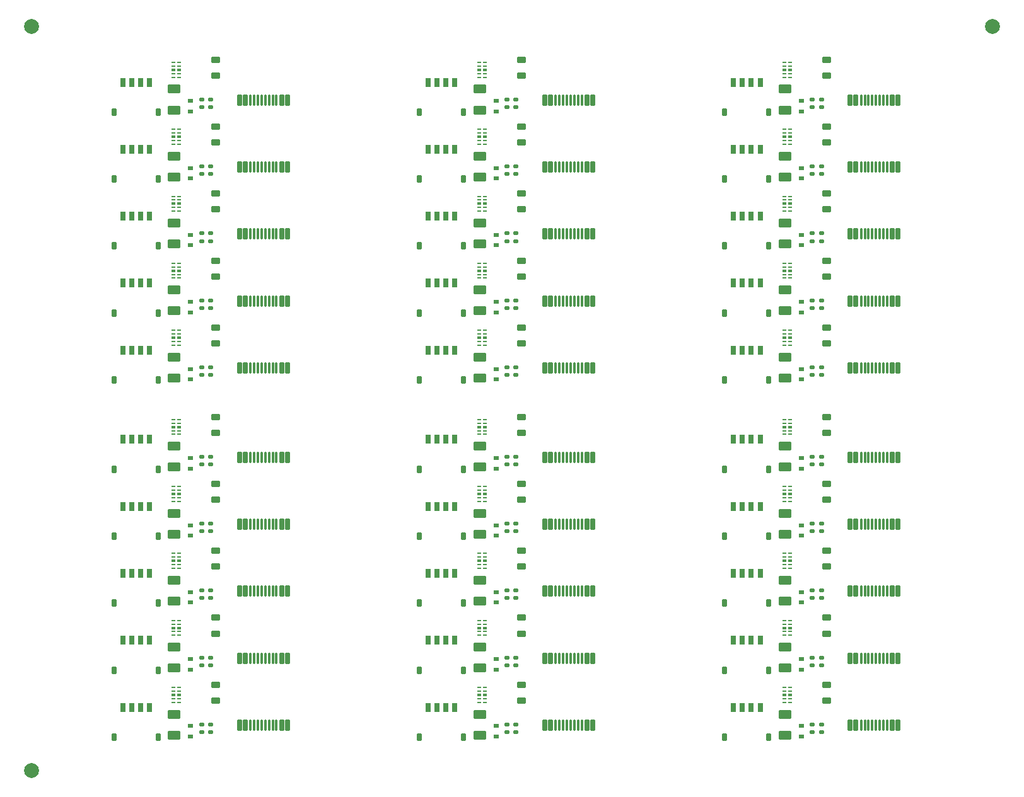
<source format=gtp>
G04 #@! TF.GenerationSoftware,KiCad,Pcbnew,(6.0.11)*
G04 #@! TF.CreationDate,2023-02-11T18:44:03+01:00*
G04 #@! TF.ProjectId,udb-s-panel,7564622d-732d-4706-916e-656c2e6b6963,rev?*
G04 #@! TF.SameCoordinates,Original*
G04 #@! TF.FileFunction,Paste,Top*
G04 #@! TF.FilePolarity,Positive*
%FSLAX46Y46*%
G04 Gerber Fmt 4.6, Leading zero omitted, Abs format (unit mm)*
G04 Created by KiCad (PCBNEW (6.0.11)) date 2023-02-11 18:44:03*
%MOMM*%
%LPD*%
G01*
G04 APERTURE LIST*
G04 Aperture macros list*
%AMRoundRect*
0 Rectangle with rounded corners*
0 $1 Rounding radius*
0 $2 $3 $4 $5 $6 $7 $8 $9 X,Y pos of 4 corners*
0 Add a 4 corners polygon primitive as box body*
4,1,4,$2,$3,$4,$5,$6,$7,$8,$9,$2,$3,0*
0 Add four circle primitives for the rounded corners*
1,1,$1+$1,$2,$3*
1,1,$1+$1,$4,$5*
1,1,$1+$1,$6,$7*
1,1,$1+$1,$8,$9*
0 Add four rect primitives between the rounded corners*
20,1,$1+$1,$2,$3,$4,$5,0*
20,1,$1+$1,$4,$5,$6,$7,0*
20,1,$1+$1,$6,$7,$8,$9,0*
20,1,$1+$1,$8,$9,$2,$3,0*%
G04 Aperture macros list end*
%ADD10RoundRect,0.135000X0.185000X-0.135000X0.185000X0.135000X-0.185000X0.135000X-0.185000X-0.135000X0*%
%ADD11RoundRect,0.135000X-0.185000X0.135000X-0.185000X-0.135000X0.185000X-0.135000X0.185000X0.135000X0*%
%ADD12RoundRect,0.060000X0.240000X0.665000X-0.240000X0.665000X-0.240000X-0.665000X0.240000X-0.665000X0*%
%ADD13RoundRect,0.060000X0.090000X0.665000X-0.090000X0.665000X-0.090000X-0.665000X0.090000X-0.665000X0*%
%ADD14RoundRect,0.125000X-0.150000X0.000000X-0.150000X0.000000X0.150000X0.000000X0.150000X0.000000X0*%
%ADD15R,0.550000X0.250000*%
%ADD16R,0.550000X0.300000*%
%ADD17RoundRect,0.250000X0.625000X-0.375000X0.625000X0.375000X-0.625000X0.375000X-0.625000X-0.375000X0*%
%ADD18RoundRect,0.100000X-0.250000X-0.400000X0.250000X-0.400000X0.250000X0.400000X-0.250000X0.400000X0*%
%ADD19RoundRect,0.125000X-0.250000X-0.475000X0.250000X-0.475000X0.250000X0.475000X-0.250000X0.475000X0*%
%ADD20RoundRect,0.218750X-0.381250X0.218750X-0.381250X-0.218750X0.381250X-0.218750X0.381250X0.218750X0*%
%ADD21R,0.700000X0.600000*%
%ADD22C,2.000000*%
G04 APERTURE END LIST*
D10*
G04 #@! TO.C,R1*
X26517352Y73667515D03*
X26517352Y74687515D03*
G04 #@! TD*
D11*
G04 #@! TO.C,R2*
X25317352Y74687515D03*
X25317352Y73667515D03*
G04 #@! TD*
G04 #@! TO.C,R2*
X25317352Y92687519D03*
X25317352Y91667519D03*
G04 #@! TD*
D10*
G04 #@! TO.C,R1*
X26517352Y82667517D03*
X26517352Y83687517D03*
G04 #@! TD*
D11*
G04 #@! TO.C,R2*
X25317352Y17687503D03*
X25317352Y16667503D03*
G04 #@! TD*
D12*
G04 #@! TO.C,J1*
X118823604Y74605015D03*
X118048604Y74605015D03*
D13*
X116848604Y74605015D03*
X115848604Y74605015D03*
X115348604Y74605015D03*
X114348604Y74605015D03*
D12*
X112373604Y74605015D03*
X113148604Y74605015D03*
D13*
X113848604Y74605015D03*
X114848604Y74605015D03*
X116348604Y74605015D03*
X117348604Y74605015D03*
G04 #@! TD*
D12*
G04 #@! TO.C,J1*
X36823602Y8605001D03*
X36048602Y8605001D03*
D13*
X34848602Y8605001D03*
X33848602Y8605001D03*
X33348602Y8605001D03*
X32348602Y8605001D03*
D12*
X30373602Y8605001D03*
X31148602Y8605001D03*
D13*
X31848602Y8605001D03*
X32848602Y8605001D03*
X34348602Y8605001D03*
X35348602Y8605001D03*
G04 #@! TD*
D14*
G04 #@! TO.C,U1*
X21532352Y79677515D03*
D15*
X21532352Y79177515D03*
D16*
X21532352Y78677515D03*
D15*
X21532352Y78177515D03*
X21532352Y77677515D03*
X22302352Y77677515D03*
X22302352Y78177515D03*
D16*
X22302352Y78677515D03*
D15*
X22302352Y79177515D03*
X22302352Y79677515D03*
G04 #@! TD*
D17*
G04 #@! TO.C,F1*
X103617354Y91277519D03*
X103617354Y94077519D03*
G04 #@! TD*
D18*
G04 #@! TO.C,J2*
X19448602Y34000007D03*
D19*
X15898602Y38000007D03*
X17098602Y38000007D03*
X14698602Y38000007D03*
D18*
X13548602Y34000007D03*
D19*
X18298602Y38000007D03*
G04 #@! TD*
D11*
G04 #@! TO.C,R2*
X25317352Y8687501D03*
X25317352Y7667501D03*
G04 #@! TD*
D10*
G04 #@! TO.C,R1*
X67517353Y7667501D03*
X67517353Y8687501D03*
G04 #@! TD*
G04 #@! TO.C,R1*
X67517353Y34667507D03*
X67517353Y35687507D03*
G04 #@! TD*
D12*
G04 #@! TO.C,J1*
X118823604Y56605011D03*
X118048604Y56605011D03*
D13*
X116848604Y56605011D03*
X115848604Y56605011D03*
X115348604Y56605011D03*
X114348604Y56605011D03*
D12*
X112373604Y56605011D03*
X113148604Y56605011D03*
D13*
X113848604Y56605011D03*
X114848604Y56605011D03*
X116348604Y56605011D03*
X117348604Y56605011D03*
G04 #@! TD*
D20*
G04 #@! TO.C,FB1*
X27217352Y80040015D03*
X27217352Y77915015D03*
G04 #@! TD*
G04 #@! TO.C,FB1*
X68217353Y89040017D03*
X68217353Y86915017D03*
G04 #@! TD*
D11*
G04 #@! TO.C,R2*
X25317352Y83687517D03*
X25317352Y82667517D03*
G04 #@! TD*
D12*
G04 #@! TO.C,J1*
X36823602Y17605003D03*
X36048602Y17605003D03*
D13*
X34848602Y17605003D03*
X33848602Y17605003D03*
X33348602Y17605003D03*
X32348602Y17605003D03*
D12*
X30373602Y17605003D03*
X31148602Y17605003D03*
D13*
X31848602Y17605003D03*
X32848602Y17605003D03*
X34348602Y17605003D03*
X35348602Y17605003D03*
G04 #@! TD*
D21*
G04 #@! TO.C,D1*
X64817353Y73077515D03*
X64817353Y74477515D03*
G04 #@! TD*
D19*
G04 #@! TO.C,J2*
X17098602Y77000015D03*
X14698602Y77000015D03*
D18*
X13548602Y73000015D03*
D19*
X15898602Y77000015D03*
D18*
X19448602Y73000015D03*
D19*
X18298602Y77000015D03*
G04 #@! TD*
D10*
G04 #@! TO.C,R1*
X67517353Y91667519D03*
X67517353Y92687519D03*
G04 #@! TD*
D11*
G04 #@! TO.C,R2*
X107317354Y92687519D03*
X107317354Y91667519D03*
G04 #@! TD*
D20*
G04 #@! TO.C,FB1*
X109217354Y23040003D03*
X109217354Y20915003D03*
G04 #@! TD*
G04 #@! TO.C,FB1*
X27217352Y50040009D03*
X27217352Y47915009D03*
G04 #@! TD*
D14*
G04 #@! TO.C,U1*
X62532353Y31677505D03*
D15*
X62532353Y31177505D03*
D16*
X62532353Y30677505D03*
D15*
X62532353Y30177505D03*
X62532353Y29677505D03*
X63302353Y29677505D03*
X63302353Y30177505D03*
D16*
X63302353Y30677505D03*
D15*
X63302353Y31177505D03*
X63302353Y31677505D03*
G04 #@! TD*
D12*
G04 #@! TO.C,J1*
X36823602Y56605011D03*
X36048602Y56605011D03*
D13*
X34848602Y56605011D03*
X33848602Y56605011D03*
X33348602Y56605011D03*
X32348602Y56605011D03*
D12*
X30373602Y56605011D03*
X31148602Y56605011D03*
D13*
X31848602Y56605011D03*
X32848602Y56605011D03*
X34348602Y56605011D03*
X35348602Y56605011D03*
G04 #@! TD*
D17*
G04 #@! TO.C,F1*
X62617353Y64277513D03*
X62617353Y67077513D03*
G04 #@! TD*
G04 #@! TO.C,F1*
X103617354Y82277517D03*
X103617354Y85077517D03*
G04 #@! TD*
D14*
G04 #@! TO.C,U1*
X103532354Y22677503D03*
D15*
X103532354Y22177503D03*
D16*
X103532354Y21677503D03*
D15*
X103532354Y21177503D03*
X103532354Y20677503D03*
X104302354Y20677503D03*
X104302354Y21177503D03*
D16*
X104302354Y21677503D03*
D15*
X104302354Y22177503D03*
X104302354Y22677503D03*
G04 #@! TD*
D14*
G04 #@! TO.C,U1*
X103532354Y88677517D03*
D15*
X103532354Y88177517D03*
D16*
X103532354Y87677517D03*
D15*
X103532354Y87177517D03*
X103532354Y86677517D03*
X104302354Y86677517D03*
X104302354Y87177517D03*
D16*
X104302354Y87677517D03*
D15*
X104302354Y88177517D03*
X104302354Y88677517D03*
G04 #@! TD*
D21*
G04 #@! TO.C,D1*
X64817353Y55077511D03*
X64817353Y56477511D03*
G04 #@! TD*
D19*
G04 #@! TO.C,J2*
X96698604Y47000009D03*
X97898604Y47000009D03*
X100298604Y47000009D03*
D18*
X95548604Y43000009D03*
D19*
X99098604Y47000009D03*
D18*
X101448604Y43000009D03*
G04 #@! TD*
D21*
G04 #@! TO.C,D1*
X105817354Y91077519D03*
X105817354Y92477519D03*
G04 #@! TD*
D11*
G04 #@! TO.C,R2*
X66317353Y44687509D03*
X66317353Y43667509D03*
G04 #@! TD*
D17*
G04 #@! TO.C,F1*
X21617352Y7277501D03*
X21617352Y10077501D03*
G04 #@! TD*
D19*
G04 #@! TO.C,J2*
X15898602Y20000003D03*
X17098602Y20000003D03*
D18*
X13548602Y16000003D03*
D19*
X14698602Y20000003D03*
D18*
X19448602Y16000003D03*
D19*
X18298602Y20000003D03*
G04 #@! TD*
D11*
G04 #@! TO.C,R2*
X66317353Y56687511D03*
X66317353Y55667511D03*
G04 #@! TD*
D10*
G04 #@! TO.C,R1*
X26517352Y7667501D03*
X26517352Y8687501D03*
G04 #@! TD*
D17*
G04 #@! TO.C,F1*
X21617352Y43277509D03*
X21617352Y46077509D03*
G04 #@! TD*
D11*
G04 #@! TO.C,R2*
X66317353Y35687507D03*
X66317353Y34667507D03*
G04 #@! TD*
G04 #@! TO.C,R2*
X25317352Y44687509D03*
X25317352Y43667509D03*
G04 #@! TD*
D12*
G04 #@! TO.C,J1*
X36823602Y74605015D03*
X36048602Y74605015D03*
D13*
X34848602Y74605015D03*
X33848602Y74605015D03*
X33348602Y74605015D03*
X32348602Y74605015D03*
D12*
X30373602Y74605015D03*
X31148602Y74605015D03*
D13*
X31848602Y74605015D03*
X32848602Y74605015D03*
X34348602Y74605015D03*
X35348602Y74605015D03*
G04 #@! TD*
D19*
G04 #@! TO.C,J2*
X15898602Y59000011D03*
D18*
X13548602Y55000011D03*
D19*
X14698602Y59000011D03*
X17098602Y59000011D03*
D18*
X19448602Y55000011D03*
D19*
X18298602Y59000011D03*
G04 #@! TD*
D21*
G04 #@! TO.C,D1*
X23817352Y25077505D03*
X23817352Y26477505D03*
G04 #@! TD*
D20*
G04 #@! TO.C,FB1*
X109217354Y32040005D03*
X109217354Y29915005D03*
G04 #@! TD*
D17*
G04 #@! TO.C,F1*
X21617352Y16277503D03*
X21617352Y19077503D03*
G04 #@! TD*
G04 #@! TO.C,F1*
X62617353Y43277509D03*
X62617353Y46077509D03*
G04 #@! TD*
D21*
G04 #@! TO.C,D1*
X23817352Y91077519D03*
X23817352Y92477519D03*
G04 #@! TD*
D14*
G04 #@! TO.C,U1*
X21532352Y88677517D03*
D15*
X21532352Y88177517D03*
D16*
X21532352Y87677517D03*
D15*
X21532352Y87177517D03*
X21532352Y86677517D03*
X22302352Y86677517D03*
X22302352Y87177517D03*
D16*
X22302352Y87677517D03*
D15*
X22302352Y88177517D03*
X22302352Y88677517D03*
G04 #@! TD*
D20*
G04 #@! TO.C,FB1*
X68217353Y98040019D03*
X68217353Y95915019D03*
G04 #@! TD*
G04 #@! TO.C,FB1*
X27217352Y98040019D03*
X27217352Y95915019D03*
G04 #@! TD*
D21*
G04 #@! TO.C,D1*
X23817352Y7077501D03*
X23817352Y8477501D03*
G04 #@! TD*
D17*
G04 #@! TO.C,F1*
X21617352Y91277519D03*
X21617352Y94077519D03*
G04 #@! TD*
D20*
G04 #@! TO.C,FB1*
X68217353Y50040009D03*
X68217353Y47915009D03*
G04 #@! TD*
D21*
G04 #@! TO.C,D1*
X105817354Y55077511D03*
X105817354Y56477511D03*
G04 #@! TD*
G04 #@! TO.C,D1*
X23817352Y43077509D03*
X23817352Y44477509D03*
G04 #@! TD*
D10*
G04 #@! TO.C,R1*
X26517352Y34667507D03*
X26517352Y35687507D03*
G04 #@! TD*
D22*
G04 #@! TO.C,REF\u002A\u002A*
X131497205Y102500020D03*
G04 #@! TD*
D12*
G04 #@! TO.C,J1*
X77823603Y92605019D03*
X77048603Y92605019D03*
D13*
X75848603Y92605019D03*
X74848603Y92605019D03*
X74348603Y92605019D03*
X73348603Y92605019D03*
D12*
X71373603Y92605019D03*
X72148603Y92605019D03*
D13*
X72848603Y92605019D03*
X73848603Y92605019D03*
X75348603Y92605019D03*
X76348603Y92605019D03*
G04 #@! TD*
D12*
G04 #@! TO.C,J1*
X36823602Y35605007D03*
X36048602Y35605007D03*
D13*
X34848602Y35605007D03*
X33848602Y35605007D03*
X33348602Y35605007D03*
X32348602Y35605007D03*
D12*
X30373602Y35605007D03*
X31148602Y35605007D03*
D13*
X31848602Y35605007D03*
X32848602Y35605007D03*
X34348602Y35605007D03*
X35348602Y35605007D03*
G04 #@! TD*
D14*
G04 #@! TO.C,U1*
X62532353Y49677509D03*
D15*
X62532353Y49177509D03*
D16*
X62532353Y48677509D03*
D15*
X62532353Y48177509D03*
X62532353Y47677509D03*
X63302353Y47677509D03*
X63302353Y48177509D03*
D16*
X63302353Y48677509D03*
D15*
X63302353Y49177509D03*
X63302353Y49677509D03*
G04 #@! TD*
D14*
G04 #@! TO.C,U1*
X103532354Y49677509D03*
D15*
X103532354Y49177509D03*
D16*
X103532354Y48677509D03*
D15*
X103532354Y48177509D03*
X103532354Y47677509D03*
X104302354Y47677509D03*
X104302354Y48177509D03*
D16*
X104302354Y48677509D03*
D15*
X104302354Y49177509D03*
X104302354Y49677509D03*
G04 #@! TD*
D12*
G04 #@! TO.C,J1*
X77823603Y65605013D03*
X77048603Y65605013D03*
D13*
X75848603Y65605013D03*
X74848603Y65605013D03*
X74348603Y65605013D03*
X73348603Y65605013D03*
D12*
X71373603Y65605013D03*
X72148603Y65605013D03*
D13*
X72848603Y65605013D03*
X73848603Y65605013D03*
X75348603Y65605013D03*
X76348603Y65605013D03*
G04 #@! TD*
D10*
G04 #@! TO.C,R1*
X26517352Y55667511D03*
X26517352Y56687511D03*
G04 #@! TD*
D20*
G04 #@! TO.C,FB1*
X109217354Y98040019D03*
X109217354Y95915019D03*
G04 #@! TD*
D18*
G04 #@! TO.C,J2*
X101448604Y25000005D03*
X95548604Y25000005D03*
D19*
X100298604Y29000005D03*
X99098604Y29000005D03*
X97898604Y29000005D03*
X96698604Y29000005D03*
G04 #@! TD*
D18*
G04 #@! TO.C,J2*
X95548604Y7000001D03*
D19*
X99098604Y11000001D03*
X96698604Y11000001D03*
D18*
X101448604Y7000001D03*
D19*
X97898604Y11000001D03*
X100298604Y11000001D03*
G04 #@! TD*
D10*
G04 #@! TO.C,R1*
X26517352Y64667513D03*
X26517352Y65687513D03*
G04 #@! TD*
D20*
G04 #@! TO.C,FB1*
X68217353Y32040005D03*
X68217353Y29915005D03*
G04 #@! TD*
G04 #@! TO.C,FB1*
X27217352Y32040005D03*
X27217352Y29915005D03*
G04 #@! TD*
D21*
G04 #@! TO.C,D1*
X23817352Y64077513D03*
X23817352Y65477513D03*
G04 #@! TD*
D18*
G04 #@! TO.C,J2*
X13548602Y82000017D03*
D19*
X15898602Y86000017D03*
X17098602Y86000017D03*
X18298602Y86000017D03*
D18*
X19448602Y82000017D03*
D19*
X14698602Y86000017D03*
G04 #@! TD*
D12*
G04 #@! TO.C,J1*
X36823602Y65605013D03*
X36048602Y65605013D03*
D13*
X34848602Y65605013D03*
X33848602Y65605013D03*
X33348602Y65605013D03*
X32348602Y65605013D03*
D12*
X30373602Y65605013D03*
X31148602Y65605013D03*
D13*
X31848602Y65605013D03*
X32848602Y65605013D03*
X34348602Y65605013D03*
X35348602Y65605013D03*
G04 #@! TD*
D20*
G04 #@! TO.C,FB1*
X109217354Y41040007D03*
X109217354Y38915007D03*
G04 #@! TD*
D19*
G04 #@! TO.C,J2*
X15898602Y47000009D03*
D18*
X19448602Y43000009D03*
X13548602Y43000009D03*
D19*
X18298602Y47000009D03*
X17098602Y47000009D03*
X14698602Y47000009D03*
G04 #@! TD*
D20*
G04 #@! TO.C,FB1*
X27217352Y71040013D03*
X27217352Y68915013D03*
G04 #@! TD*
D21*
G04 #@! TO.C,D1*
X64817353Y43077509D03*
X64817353Y44477509D03*
G04 #@! TD*
D11*
G04 #@! TO.C,R2*
X25317352Y35687507D03*
X25317352Y34667507D03*
G04 #@! TD*
G04 #@! TO.C,R2*
X107317354Y74687515D03*
X107317354Y73667515D03*
G04 #@! TD*
D14*
G04 #@! TO.C,U1*
X103532354Y61677511D03*
D15*
X103532354Y61177511D03*
D16*
X103532354Y60677511D03*
D15*
X103532354Y60177511D03*
X103532354Y59677511D03*
X104302354Y59677511D03*
X104302354Y60177511D03*
D16*
X104302354Y60677511D03*
D15*
X104302354Y61177511D03*
X104302354Y61677511D03*
G04 #@! TD*
D17*
G04 #@! TO.C,F1*
X21617352Y73277515D03*
X21617352Y76077515D03*
G04 #@! TD*
D21*
G04 #@! TO.C,D1*
X105817354Y34077507D03*
X105817354Y35477507D03*
G04 #@! TD*
D14*
G04 #@! TO.C,U1*
X62532353Y70677513D03*
D15*
X62532353Y70177513D03*
D16*
X62532353Y69677513D03*
D15*
X62532353Y69177513D03*
X62532353Y68677513D03*
X63302353Y68677513D03*
X63302353Y69177513D03*
D16*
X63302353Y69677513D03*
D15*
X63302353Y70177513D03*
X63302353Y70677513D03*
G04 #@! TD*
D21*
G04 #@! TO.C,D1*
X105817354Y16077503D03*
X105817354Y17477503D03*
G04 #@! TD*
D11*
G04 #@! TO.C,R2*
X107317354Y8687501D03*
X107317354Y7667501D03*
G04 #@! TD*
D21*
G04 #@! TO.C,D1*
X105817354Y73077515D03*
X105817354Y74477515D03*
G04 #@! TD*
D12*
G04 #@! TO.C,J1*
X118823604Y83605017D03*
X118048604Y83605017D03*
D13*
X116848604Y83605017D03*
X115848604Y83605017D03*
X115348604Y83605017D03*
X114348604Y83605017D03*
D12*
X112373604Y83605017D03*
X113148604Y83605017D03*
D13*
X113848604Y83605017D03*
X114848604Y83605017D03*
X116348604Y83605017D03*
X117348604Y83605017D03*
G04 #@! TD*
D19*
G04 #@! TO.C,J2*
X97898604Y38000007D03*
D18*
X101448604Y34000007D03*
D19*
X100298604Y38000007D03*
D18*
X95548604Y34000007D03*
D19*
X99098604Y38000007D03*
X96698604Y38000007D03*
G04 #@! TD*
D21*
G04 #@! TO.C,D1*
X23817352Y16077503D03*
X23817352Y17477503D03*
G04 #@! TD*
D10*
G04 #@! TO.C,R1*
X108517354Y25667505D03*
X108517354Y26687505D03*
G04 #@! TD*
D21*
G04 #@! TO.C,D1*
X105817354Y64077513D03*
X105817354Y65477513D03*
G04 #@! TD*
D14*
G04 #@! TO.C,U1*
X103532354Y97677519D03*
D15*
X103532354Y97177519D03*
D16*
X103532354Y96677519D03*
D15*
X103532354Y96177519D03*
X103532354Y95677519D03*
X104302354Y95677519D03*
X104302354Y96177519D03*
D16*
X104302354Y96677519D03*
D15*
X104302354Y97177519D03*
X104302354Y97677519D03*
G04 #@! TD*
D14*
G04 #@! TO.C,U1*
X21532352Y22677503D03*
D15*
X21532352Y22177503D03*
D16*
X21532352Y21677503D03*
D15*
X21532352Y21177503D03*
X21532352Y20677503D03*
X22302352Y20677503D03*
X22302352Y21177503D03*
D16*
X22302352Y21677503D03*
D15*
X22302352Y22177503D03*
X22302352Y22677503D03*
G04 #@! TD*
D19*
G04 #@! TO.C,J2*
X56898603Y47000009D03*
D18*
X60448603Y43000009D03*
X54548603Y43000009D03*
D19*
X55698603Y47000009D03*
X58098603Y47000009D03*
X59298603Y47000009D03*
G04 #@! TD*
D11*
G04 #@! TO.C,R2*
X107317354Y44687509D03*
X107317354Y43667509D03*
G04 #@! TD*
D17*
G04 #@! TO.C,F1*
X62617353Y73277515D03*
X62617353Y76077515D03*
G04 #@! TD*
G04 #@! TO.C,F1*
X62617353Y34277507D03*
X62617353Y37077507D03*
G04 #@! TD*
D14*
G04 #@! TO.C,U1*
X21532352Y70677513D03*
D15*
X21532352Y70177513D03*
D16*
X21532352Y69677513D03*
D15*
X21532352Y69177513D03*
X21532352Y68677513D03*
X22302352Y68677513D03*
X22302352Y69177513D03*
D16*
X22302352Y69677513D03*
D15*
X22302352Y70177513D03*
X22302352Y70677513D03*
G04 #@! TD*
D20*
G04 #@! TO.C,FB1*
X68217353Y14040001D03*
X68217353Y11915001D03*
G04 #@! TD*
D10*
G04 #@! TO.C,R1*
X108517354Y64667513D03*
X108517354Y65687513D03*
G04 #@! TD*
D17*
G04 #@! TO.C,F1*
X103617354Y25277505D03*
X103617354Y28077505D03*
G04 #@! TD*
D20*
G04 #@! TO.C,FB1*
X27217352Y14040001D03*
X27217352Y11915001D03*
G04 #@! TD*
D17*
G04 #@! TO.C,F1*
X62617353Y55277511D03*
X62617353Y58077511D03*
G04 #@! TD*
D10*
G04 #@! TO.C,R1*
X26517352Y91667519D03*
X26517352Y92687519D03*
G04 #@! TD*
D20*
G04 #@! TO.C,FB1*
X68217353Y71040013D03*
X68217353Y68915013D03*
G04 #@! TD*
D17*
G04 #@! TO.C,F1*
X62617353Y25277505D03*
X62617353Y28077505D03*
G04 #@! TD*
D21*
G04 #@! TO.C,D1*
X64817353Y16077503D03*
X64817353Y17477503D03*
G04 #@! TD*
D12*
G04 #@! TO.C,J1*
X36823602Y92605019D03*
X36048602Y92605019D03*
D13*
X34848602Y92605019D03*
X33848602Y92605019D03*
X33348602Y92605019D03*
X32348602Y92605019D03*
D12*
X30373602Y92605019D03*
X31148602Y92605019D03*
D13*
X31848602Y92605019D03*
X32848602Y92605019D03*
X34348602Y92605019D03*
X35348602Y92605019D03*
G04 #@! TD*
D10*
G04 #@! TO.C,R1*
X67517353Y55667511D03*
X67517353Y56687511D03*
G04 #@! TD*
G04 #@! TO.C,R1*
X108517354Y91667519D03*
X108517354Y92687519D03*
G04 #@! TD*
G04 #@! TO.C,R1*
X108517354Y43667509D03*
X108517354Y44687509D03*
G04 #@! TD*
G04 #@! TO.C,R1*
X67517353Y64667513D03*
X67517353Y65687513D03*
G04 #@! TD*
D19*
G04 #@! TO.C,J2*
X58098603Y38000007D03*
D18*
X60448603Y34000007D03*
X54548603Y34000007D03*
D19*
X59298603Y38000007D03*
X55698603Y38000007D03*
X56898603Y38000007D03*
G04 #@! TD*
D12*
G04 #@! TO.C,J1*
X77823603Y8605001D03*
X77048603Y8605001D03*
D13*
X75848603Y8605001D03*
X74848603Y8605001D03*
X74348603Y8605001D03*
X73348603Y8605001D03*
D12*
X71373603Y8605001D03*
X72148603Y8605001D03*
D13*
X72848603Y8605001D03*
X73848603Y8605001D03*
X75348603Y8605001D03*
X76348603Y8605001D03*
G04 #@! TD*
D19*
G04 #@! TO.C,J2*
X18298602Y95000019D03*
X14698602Y95000019D03*
X17098602Y95000019D03*
X15898602Y95000019D03*
D18*
X19448602Y91000019D03*
X13548602Y91000019D03*
G04 #@! TD*
D10*
G04 #@! TO.C,R1*
X108517354Y82667517D03*
X108517354Y83687517D03*
G04 #@! TD*
D21*
G04 #@! TO.C,D1*
X23817352Y34077507D03*
X23817352Y35477507D03*
G04 #@! TD*
G04 #@! TO.C,D1*
X105817354Y43077509D03*
X105817354Y44477509D03*
G04 #@! TD*
D17*
G04 #@! TO.C,F1*
X21617352Y55277511D03*
X21617352Y58077511D03*
G04 #@! TD*
D20*
G04 #@! TO.C,FB1*
X27217352Y62040011D03*
X27217352Y59915011D03*
G04 #@! TD*
D12*
G04 #@! TO.C,J1*
X118823604Y65605013D03*
X118048604Y65605013D03*
D13*
X116848604Y65605013D03*
X115848604Y65605013D03*
X115348604Y65605013D03*
X114348604Y65605013D03*
D12*
X112373604Y65605013D03*
X113148604Y65605013D03*
D13*
X113848604Y65605013D03*
X114848604Y65605013D03*
X116348604Y65605013D03*
X117348604Y65605013D03*
G04 #@! TD*
D17*
G04 #@! TO.C,F1*
X21617352Y64277513D03*
X21617352Y67077513D03*
G04 #@! TD*
D21*
G04 #@! TO.C,D1*
X105817354Y7077501D03*
X105817354Y8477501D03*
G04 #@! TD*
D17*
G04 #@! TO.C,F1*
X62617353Y91277519D03*
X62617353Y94077519D03*
G04 #@! TD*
D20*
G04 #@! TO.C,FB1*
X109217354Y89040017D03*
X109217354Y86915017D03*
G04 #@! TD*
D19*
G04 #@! TO.C,J2*
X58098603Y86000017D03*
D18*
X60448603Y82000017D03*
D19*
X55698603Y86000017D03*
X59298603Y86000017D03*
D18*
X54548603Y82000017D03*
D19*
X56898603Y86000017D03*
G04 #@! TD*
D10*
G04 #@! TO.C,R1*
X67517353Y82667517D03*
X67517353Y83687517D03*
G04 #@! TD*
D21*
G04 #@! TO.C,D1*
X64817353Y25077505D03*
X64817353Y26477505D03*
G04 #@! TD*
D12*
G04 #@! TO.C,J1*
X118823604Y26605005D03*
X118048604Y26605005D03*
D13*
X116848604Y26605005D03*
X115848604Y26605005D03*
X115348604Y26605005D03*
X114348604Y26605005D03*
D12*
X112373604Y26605005D03*
X113148604Y26605005D03*
D13*
X113848604Y26605005D03*
X114848604Y26605005D03*
X116348604Y26605005D03*
X117348604Y26605005D03*
G04 #@! TD*
D11*
G04 #@! TO.C,R2*
X66317353Y92687519D03*
X66317353Y91667519D03*
G04 #@! TD*
D17*
G04 #@! TO.C,F1*
X62617353Y7277501D03*
X62617353Y10077501D03*
G04 #@! TD*
D20*
G04 #@! TO.C,FB1*
X68217353Y23040003D03*
X68217353Y20915003D03*
G04 #@! TD*
D19*
G04 #@! TO.C,J2*
X96698604Y20000003D03*
X100298604Y20000003D03*
D18*
X95548604Y16000003D03*
D19*
X99098604Y20000003D03*
D18*
X101448604Y16000003D03*
D19*
X97898604Y20000003D03*
G04 #@! TD*
D11*
G04 #@! TO.C,R2*
X66317353Y65687513D03*
X66317353Y64667513D03*
G04 #@! TD*
D17*
G04 #@! TO.C,F1*
X21617352Y82277517D03*
X21617352Y85077517D03*
G04 #@! TD*
D12*
G04 #@! TO.C,J1*
X36823602Y44605009D03*
X36048602Y44605009D03*
D13*
X34848602Y44605009D03*
X33848602Y44605009D03*
X33348602Y44605009D03*
X32348602Y44605009D03*
D12*
X30373602Y44605009D03*
X31148602Y44605009D03*
D13*
X31848602Y44605009D03*
X32848602Y44605009D03*
X34348602Y44605009D03*
X35348602Y44605009D03*
G04 #@! TD*
D21*
G04 #@! TO.C,D1*
X23817352Y73077515D03*
X23817352Y74477515D03*
G04 #@! TD*
D14*
G04 #@! TO.C,U1*
X103532354Y79677515D03*
D15*
X103532354Y79177515D03*
D16*
X103532354Y78677515D03*
D15*
X103532354Y78177515D03*
X103532354Y77677515D03*
X104302354Y77677515D03*
X104302354Y78177515D03*
D16*
X104302354Y78677515D03*
D15*
X104302354Y79177515D03*
X104302354Y79677515D03*
G04 #@! TD*
D17*
G04 #@! TO.C,F1*
X103617354Y43277509D03*
X103617354Y46077509D03*
G04 #@! TD*
D14*
G04 #@! TO.C,U1*
X62532353Y79677515D03*
D15*
X62532353Y79177515D03*
D16*
X62532353Y78677515D03*
D15*
X62532353Y78177515D03*
X62532353Y77677515D03*
X63302353Y77677515D03*
X63302353Y78177515D03*
D16*
X63302353Y78677515D03*
D15*
X63302353Y79177515D03*
X63302353Y79677515D03*
G04 #@! TD*
D21*
G04 #@! TO.C,D1*
X105817354Y82077517D03*
X105817354Y83477517D03*
G04 #@! TD*
D20*
G04 #@! TO.C,FB1*
X27217352Y23040003D03*
X27217352Y20915003D03*
G04 #@! TD*
G04 #@! TO.C,FB1*
X109217354Y71040013D03*
X109217354Y68915013D03*
G04 #@! TD*
D19*
G04 #@! TO.C,J2*
X99098604Y95000019D03*
X96698604Y95000019D03*
X97898604Y95000019D03*
X100298604Y95000019D03*
D18*
X101448604Y91000019D03*
X95548604Y91000019D03*
G04 #@! TD*
D12*
G04 #@! TO.C,J1*
X77823603Y17605003D03*
X77048603Y17605003D03*
D13*
X75848603Y17605003D03*
X74848603Y17605003D03*
X74348603Y17605003D03*
X73348603Y17605003D03*
D12*
X71373603Y17605003D03*
X72148603Y17605003D03*
D13*
X72848603Y17605003D03*
X73848603Y17605003D03*
X75348603Y17605003D03*
X76348603Y17605003D03*
G04 #@! TD*
D11*
G04 #@! TO.C,R2*
X66317353Y83687517D03*
X66317353Y82667517D03*
G04 #@! TD*
G04 #@! TO.C,R2*
X107317354Y83687517D03*
X107317354Y82667517D03*
G04 #@! TD*
D10*
G04 #@! TO.C,R1*
X26517352Y43667509D03*
X26517352Y44687509D03*
G04 #@! TD*
D17*
G04 #@! TO.C,F1*
X62617353Y16277503D03*
X62617353Y19077503D03*
G04 #@! TD*
D12*
G04 #@! TO.C,J1*
X118823604Y92605019D03*
X118048604Y92605019D03*
D13*
X116848604Y92605019D03*
X115848604Y92605019D03*
X115348604Y92605019D03*
X114348604Y92605019D03*
D12*
X112373604Y92605019D03*
X113148604Y92605019D03*
D13*
X113848604Y92605019D03*
X114848604Y92605019D03*
X116348604Y92605019D03*
X117348604Y92605019D03*
G04 #@! TD*
D11*
G04 #@! TO.C,R2*
X66317353Y74687515D03*
X66317353Y73667515D03*
G04 #@! TD*
D17*
G04 #@! TO.C,F1*
X62617353Y82277517D03*
X62617353Y85077517D03*
G04 #@! TD*
D14*
G04 #@! TO.C,U1*
X62532353Y88677517D03*
D15*
X62532353Y88177517D03*
D16*
X62532353Y87677517D03*
D15*
X62532353Y87177517D03*
X62532353Y86677517D03*
X63302353Y86677517D03*
X63302353Y87177517D03*
D16*
X63302353Y87677517D03*
D15*
X63302353Y88177517D03*
X63302353Y88677517D03*
G04 #@! TD*
D12*
G04 #@! TO.C,J1*
X77823603Y35605007D03*
X77048603Y35605007D03*
D13*
X75848603Y35605007D03*
X74848603Y35605007D03*
X74348603Y35605007D03*
X73348603Y35605007D03*
D12*
X71373603Y35605007D03*
X72148603Y35605007D03*
D13*
X72848603Y35605007D03*
X73848603Y35605007D03*
X75348603Y35605007D03*
X76348603Y35605007D03*
G04 #@! TD*
D11*
G04 #@! TO.C,R2*
X107317354Y56687511D03*
X107317354Y55667511D03*
G04 #@! TD*
D14*
G04 #@! TO.C,U1*
X21532352Y40677507D03*
D15*
X21532352Y40177507D03*
D16*
X21532352Y39677507D03*
D15*
X21532352Y39177507D03*
X21532352Y38677507D03*
X22302352Y38677507D03*
X22302352Y39177507D03*
D16*
X22302352Y39677507D03*
D15*
X22302352Y40177507D03*
X22302352Y40677507D03*
G04 #@! TD*
D10*
G04 #@! TO.C,R1*
X108517354Y7667501D03*
X108517354Y8687501D03*
G04 #@! TD*
D21*
G04 #@! TO.C,D1*
X64817353Y7077501D03*
X64817353Y8477501D03*
G04 #@! TD*
D14*
G04 #@! TO.C,U1*
X103532354Y40677507D03*
D15*
X103532354Y40177507D03*
D16*
X103532354Y39677507D03*
D15*
X103532354Y39177507D03*
X103532354Y38677507D03*
X104302354Y38677507D03*
X104302354Y39177507D03*
D16*
X104302354Y39677507D03*
D15*
X104302354Y40177507D03*
X104302354Y40677507D03*
G04 #@! TD*
D19*
G04 #@! TO.C,J2*
X58098603Y20000003D03*
D18*
X60448603Y16000003D03*
X54548603Y16000003D03*
D19*
X56898603Y20000003D03*
X59298603Y20000003D03*
X55698603Y20000003D03*
G04 #@! TD*
D14*
G04 #@! TO.C,U1*
X62532353Y40677507D03*
D15*
X62532353Y40177507D03*
D16*
X62532353Y39677507D03*
D15*
X62532353Y39177507D03*
X62532353Y38677507D03*
X63302353Y38677507D03*
X63302353Y39177507D03*
D16*
X63302353Y39677507D03*
D15*
X63302353Y40177507D03*
X63302353Y40677507D03*
G04 #@! TD*
D14*
G04 #@! TO.C,U1*
X21532352Y97677519D03*
D15*
X21532352Y97177519D03*
D16*
X21532352Y96677519D03*
D15*
X21532352Y96177519D03*
X21532352Y95677519D03*
X22302352Y95677519D03*
X22302352Y96177519D03*
D16*
X22302352Y96677519D03*
D15*
X22302352Y97177519D03*
X22302352Y97677519D03*
G04 #@! TD*
D10*
G04 #@! TO.C,R1*
X108517354Y55667511D03*
X108517354Y56687511D03*
G04 #@! TD*
D19*
G04 #@! TO.C,J2*
X96698604Y86000017D03*
X99098604Y86000017D03*
X100298604Y86000017D03*
X97898604Y86000017D03*
D18*
X95548604Y82000017D03*
X101448604Y82000017D03*
G04 #@! TD*
D12*
G04 #@! TO.C,J1*
X118823604Y8605001D03*
X118048604Y8605001D03*
D13*
X116848604Y8605001D03*
X115848604Y8605001D03*
X115348604Y8605001D03*
X114348604Y8605001D03*
D12*
X112373604Y8605001D03*
X113148604Y8605001D03*
D13*
X113848604Y8605001D03*
X114848604Y8605001D03*
X116348604Y8605001D03*
X117348604Y8605001D03*
G04 #@! TD*
D20*
G04 #@! TO.C,FB1*
X68217353Y62040011D03*
X68217353Y59915011D03*
G04 #@! TD*
D10*
G04 #@! TO.C,R1*
X67517353Y25667505D03*
X67517353Y26687505D03*
G04 #@! TD*
D21*
G04 #@! TO.C,D1*
X64817353Y64077513D03*
X64817353Y65477513D03*
G04 #@! TD*
G04 #@! TO.C,D1*
X64817353Y34077507D03*
X64817353Y35477507D03*
G04 #@! TD*
D11*
G04 #@! TO.C,R2*
X107317354Y17687503D03*
X107317354Y16667503D03*
G04 #@! TD*
D17*
G04 #@! TO.C,F1*
X103617354Y16277503D03*
X103617354Y19077503D03*
G04 #@! TD*
D20*
G04 #@! TO.C,FB1*
X109217354Y50040009D03*
X109217354Y47915009D03*
G04 #@! TD*
D14*
G04 #@! TO.C,U1*
X103532354Y31677505D03*
D15*
X103532354Y31177505D03*
D16*
X103532354Y30677505D03*
D15*
X103532354Y30177505D03*
X103532354Y29677505D03*
X104302354Y29677505D03*
X104302354Y30177505D03*
D16*
X104302354Y30677505D03*
D15*
X104302354Y31177505D03*
X104302354Y31677505D03*
G04 #@! TD*
D20*
G04 #@! TO.C,FB1*
X109217354Y62040011D03*
X109217354Y59915011D03*
G04 #@! TD*
D11*
G04 #@! TO.C,R2*
X107317354Y65687513D03*
X107317354Y64667513D03*
G04 #@! TD*
D19*
G04 #@! TO.C,J2*
X58098603Y68000013D03*
D18*
X60448603Y64000013D03*
D19*
X55698603Y68000013D03*
D18*
X54548603Y64000013D03*
D19*
X56898603Y68000013D03*
X59298603Y68000013D03*
G04 #@! TD*
D14*
G04 #@! TO.C,U1*
X62532353Y22677503D03*
D15*
X62532353Y22177503D03*
D16*
X62532353Y21677503D03*
D15*
X62532353Y21177503D03*
X62532353Y20677503D03*
X63302353Y20677503D03*
X63302353Y21177503D03*
D16*
X63302353Y21677503D03*
D15*
X63302353Y22177503D03*
X63302353Y22677503D03*
G04 #@! TD*
D20*
G04 #@! TO.C,FB1*
X109217354Y14040001D03*
X109217354Y11915001D03*
G04 #@! TD*
D14*
G04 #@! TO.C,U1*
X62532353Y61677511D03*
D15*
X62532353Y61177511D03*
D16*
X62532353Y60677511D03*
D15*
X62532353Y60177511D03*
X62532353Y59677511D03*
X63302353Y59677511D03*
X63302353Y60177511D03*
D16*
X63302353Y60677511D03*
D15*
X63302353Y61177511D03*
X63302353Y61677511D03*
G04 #@! TD*
D10*
G04 #@! TO.C,R1*
X108517354Y16667503D03*
X108517354Y17687503D03*
G04 #@! TD*
D17*
G04 #@! TO.C,F1*
X103617354Y64277513D03*
X103617354Y67077513D03*
G04 #@! TD*
D19*
G04 #@! TO.C,J2*
X59298603Y11000001D03*
X58098603Y11000001D03*
D18*
X60448603Y7000001D03*
D19*
X56898603Y11000001D03*
X55698603Y11000001D03*
D18*
X54548603Y7000001D03*
G04 #@! TD*
D11*
G04 #@! TO.C,R2*
X66317353Y17687503D03*
X66317353Y16667503D03*
G04 #@! TD*
D20*
G04 #@! TO.C,FB1*
X68217353Y41040007D03*
X68217353Y38915007D03*
G04 #@! TD*
D19*
G04 #@! TO.C,J2*
X100298604Y59000011D03*
X97898604Y59000011D03*
X99098604Y59000011D03*
D18*
X95548604Y55000011D03*
D19*
X96698604Y59000011D03*
D18*
X101448604Y55000011D03*
G04 #@! TD*
D11*
G04 #@! TO.C,R2*
X25317352Y65687513D03*
X25317352Y64667513D03*
G04 #@! TD*
D19*
G04 #@! TO.C,J2*
X58098603Y29000005D03*
D18*
X60448603Y25000005D03*
D19*
X56898603Y29000005D03*
X59298603Y29000005D03*
D18*
X54548603Y25000005D03*
D19*
X55698603Y29000005D03*
G04 #@! TD*
D10*
G04 #@! TO.C,R1*
X26517352Y16667503D03*
X26517352Y17687503D03*
G04 #@! TD*
D22*
G04 #@! TO.C,REF\u002A\u002A*
X2500000Y102500020D03*
G04 #@! TD*
D10*
G04 #@! TO.C,R1*
X108517354Y34667507D03*
X108517354Y35687507D03*
G04 #@! TD*
G04 #@! TO.C,R1*
X67517353Y43667509D03*
X67517353Y44687509D03*
G04 #@! TD*
D21*
G04 #@! TO.C,D1*
X64817353Y82077517D03*
X64817353Y83477517D03*
G04 #@! TD*
G04 #@! TO.C,D1*
X64817353Y91077519D03*
X64817353Y92477519D03*
G04 #@! TD*
D17*
G04 #@! TO.C,F1*
X21617352Y34277507D03*
X21617352Y37077507D03*
G04 #@! TD*
D12*
G04 #@! TO.C,J1*
X36823602Y83605017D03*
X36048602Y83605017D03*
D13*
X34848602Y83605017D03*
X33848602Y83605017D03*
X33348602Y83605017D03*
X32348602Y83605017D03*
D12*
X30373602Y83605017D03*
X31148602Y83605017D03*
D13*
X31848602Y83605017D03*
X32848602Y83605017D03*
X34348602Y83605017D03*
X35348602Y83605017D03*
G04 #@! TD*
D14*
G04 #@! TO.C,U1*
X62532353Y13677501D03*
D15*
X62532353Y13177501D03*
D16*
X62532353Y12677501D03*
D15*
X62532353Y12177501D03*
X62532353Y11677501D03*
X63302353Y11677501D03*
X63302353Y12177501D03*
D16*
X63302353Y12677501D03*
D15*
X63302353Y13177501D03*
X63302353Y13677501D03*
G04 #@! TD*
D14*
G04 #@! TO.C,U1*
X21532352Y13677501D03*
D15*
X21532352Y13177501D03*
D16*
X21532352Y12677501D03*
D15*
X21532352Y12177501D03*
X21532352Y11677501D03*
X22302352Y11677501D03*
X22302352Y12177501D03*
D16*
X22302352Y12677501D03*
D15*
X22302352Y13177501D03*
X22302352Y13677501D03*
G04 #@! TD*
D21*
G04 #@! TO.C,D1*
X105817354Y25077505D03*
X105817354Y26477505D03*
G04 #@! TD*
D20*
G04 #@! TO.C,FB1*
X109217354Y80040015D03*
X109217354Y77915015D03*
G04 #@! TD*
D11*
G04 #@! TO.C,R2*
X25317352Y56687511D03*
X25317352Y55667511D03*
G04 #@! TD*
D20*
G04 #@! TO.C,FB1*
X68217353Y80040015D03*
X68217353Y77915015D03*
G04 #@! TD*
D10*
G04 #@! TO.C,R1*
X67517353Y73667515D03*
X67517353Y74687515D03*
G04 #@! TD*
D17*
G04 #@! TO.C,F1*
X103617354Y73277515D03*
X103617354Y76077515D03*
G04 #@! TD*
D12*
G04 #@! TO.C,J1*
X77823603Y74605015D03*
X77048603Y74605015D03*
D13*
X75848603Y74605015D03*
X74848603Y74605015D03*
X74348603Y74605015D03*
X73348603Y74605015D03*
D12*
X71373603Y74605015D03*
X72148603Y74605015D03*
D13*
X72848603Y74605015D03*
X73848603Y74605015D03*
X75348603Y74605015D03*
X76348603Y74605015D03*
G04 #@! TD*
D14*
G04 #@! TO.C,U1*
X21532352Y61677511D03*
D15*
X21532352Y61177511D03*
D16*
X21532352Y60677511D03*
D15*
X21532352Y60177511D03*
X21532352Y59677511D03*
X22302352Y59677511D03*
X22302352Y60177511D03*
D16*
X22302352Y60677511D03*
D15*
X22302352Y61177511D03*
X22302352Y61677511D03*
G04 #@! TD*
D17*
G04 #@! TO.C,F1*
X103617354Y34277507D03*
X103617354Y37077507D03*
G04 #@! TD*
D12*
G04 #@! TO.C,J1*
X77823603Y44605009D03*
X77048603Y44605009D03*
D13*
X75848603Y44605009D03*
X74848603Y44605009D03*
X74348603Y44605009D03*
X73348603Y44605009D03*
D12*
X71373603Y44605009D03*
X72148603Y44605009D03*
D13*
X72848603Y44605009D03*
X73848603Y44605009D03*
X75348603Y44605009D03*
X76348603Y44605009D03*
G04 #@! TD*
D11*
G04 #@! TO.C,R2*
X107317354Y26687505D03*
X107317354Y25667505D03*
G04 #@! TD*
D17*
G04 #@! TO.C,F1*
X21617352Y25277505D03*
X21617352Y28077505D03*
G04 #@! TD*
D12*
G04 #@! TO.C,J1*
X118823604Y44605009D03*
X118048604Y44605009D03*
D13*
X116848604Y44605009D03*
X115848604Y44605009D03*
X115348604Y44605009D03*
X114348604Y44605009D03*
D12*
X112373604Y44605009D03*
X113148604Y44605009D03*
D13*
X113848604Y44605009D03*
X114848604Y44605009D03*
X116348604Y44605009D03*
X117348604Y44605009D03*
G04 #@! TD*
D12*
G04 #@! TO.C,J1*
X77823603Y56605011D03*
X77048603Y56605011D03*
D13*
X75848603Y56605011D03*
X74848603Y56605011D03*
X74348603Y56605011D03*
X73348603Y56605011D03*
D12*
X71373603Y56605011D03*
X72148603Y56605011D03*
D13*
X72848603Y56605011D03*
X73848603Y56605011D03*
X75348603Y56605011D03*
X76348603Y56605011D03*
G04 #@! TD*
D17*
G04 #@! TO.C,F1*
X103617354Y55277511D03*
X103617354Y58077511D03*
G04 #@! TD*
D19*
G04 #@! TO.C,J2*
X56898603Y59000011D03*
D18*
X54548603Y55000011D03*
D19*
X55698603Y59000011D03*
X59298603Y59000011D03*
D18*
X60448603Y55000011D03*
D19*
X58098603Y59000011D03*
G04 #@! TD*
D14*
G04 #@! TO.C,U1*
X103532354Y13677501D03*
D15*
X103532354Y13177501D03*
D16*
X103532354Y12677501D03*
D15*
X103532354Y12177501D03*
X103532354Y11677501D03*
X104302354Y11677501D03*
X104302354Y12177501D03*
D16*
X104302354Y12677501D03*
D15*
X104302354Y13177501D03*
X104302354Y13677501D03*
G04 #@! TD*
D14*
G04 #@! TO.C,U1*
X62532353Y97677519D03*
D15*
X62532353Y97177519D03*
D16*
X62532353Y96677519D03*
D15*
X62532353Y96177519D03*
X62532353Y95677519D03*
X63302353Y95677519D03*
X63302353Y96177519D03*
D16*
X63302353Y96677519D03*
D15*
X63302353Y97177519D03*
X63302353Y97677519D03*
G04 #@! TD*
D19*
G04 #@! TO.C,J2*
X59298603Y95000019D03*
X58098603Y95000019D03*
X55698603Y95000019D03*
D18*
X54548603Y91000019D03*
D19*
X56898603Y95000019D03*
D18*
X60448603Y91000019D03*
G04 #@! TD*
G04 #@! TO.C,J2*
X13548602Y64000013D03*
D19*
X15898602Y68000013D03*
X18298602Y68000013D03*
X17098602Y68000013D03*
X14698602Y68000013D03*
D18*
X19448602Y64000013D03*
G04 #@! TD*
D12*
G04 #@! TO.C,J1*
X77823603Y83605017D03*
X77048603Y83605017D03*
D13*
X75848603Y83605017D03*
X74848603Y83605017D03*
X74348603Y83605017D03*
X73348603Y83605017D03*
D12*
X71373603Y83605017D03*
X72148603Y83605017D03*
D13*
X72848603Y83605017D03*
X73848603Y83605017D03*
X75348603Y83605017D03*
X76348603Y83605017D03*
G04 #@! TD*
D11*
G04 #@! TO.C,R2*
X66317353Y26687505D03*
X66317353Y25667505D03*
G04 #@! TD*
D19*
G04 #@! TO.C,J2*
X14698602Y29000005D03*
X17098602Y29000005D03*
D18*
X13548602Y25000005D03*
X19448602Y25000005D03*
D19*
X18298602Y29000005D03*
X15898602Y29000005D03*
G04 #@! TD*
D12*
G04 #@! TO.C,J1*
X118823604Y17605003D03*
X118048604Y17605003D03*
D13*
X116848604Y17605003D03*
X115848604Y17605003D03*
X115348604Y17605003D03*
X114348604Y17605003D03*
D12*
X112373604Y17605003D03*
X113148604Y17605003D03*
D13*
X113848604Y17605003D03*
X114848604Y17605003D03*
X116348604Y17605003D03*
X117348604Y17605003D03*
G04 #@! TD*
D10*
G04 #@! TO.C,R1*
X67517353Y16667503D03*
X67517353Y17687503D03*
G04 #@! TD*
D19*
G04 #@! TO.C,J2*
X99098604Y68000013D03*
X100298604Y68000013D03*
D18*
X95548604Y64000013D03*
D19*
X96698604Y68000013D03*
D18*
X101448604Y64000013D03*
D19*
X97898604Y68000013D03*
G04 #@! TD*
G04 #@! TO.C,J2*
X18298602Y11000001D03*
X14698602Y11000001D03*
D18*
X13548602Y7000001D03*
D19*
X15898602Y11000001D03*
D18*
X19448602Y7000001D03*
D19*
X17098602Y11000001D03*
G04 #@! TD*
D17*
G04 #@! TO.C,F1*
X103617354Y7277501D03*
X103617354Y10077501D03*
G04 #@! TD*
D14*
G04 #@! TO.C,U1*
X103532354Y70677513D03*
D15*
X103532354Y70177513D03*
D16*
X103532354Y69677513D03*
D15*
X103532354Y69177513D03*
X103532354Y68677513D03*
X104302354Y68677513D03*
X104302354Y69177513D03*
D16*
X104302354Y69677513D03*
D15*
X104302354Y70177513D03*
X104302354Y70677513D03*
G04 #@! TD*
D21*
G04 #@! TO.C,D1*
X23817352Y55077511D03*
X23817352Y56477511D03*
G04 #@! TD*
D14*
G04 #@! TO.C,U1*
X21532352Y31677505D03*
D15*
X21532352Y31177505D03*
D16*
X21532352Y30677505D03*
D15*
X21532352Y30177505D03*
X21532352Y29677505D03*
X22302352Y29677505D03*
X22302352Y30177505D03*
D16*
X22302352Y30677505D03*
D15*
X22302352Y31177505D03*
X22302352Y31677505D03*
G04 #@! TD*
D11*
G04 #@! TO.C,R2*
X66317353Y8687501D03*
X66317353Y7667501D03*
G04 #@! TD*
D20*
G04 #@! TO.C,FB1*
X27217352Y89040017D03*
X27217352Y86915017D03*
G04 #@! TD*
D12*
G04 #@! TO.C,J1*
X77823603Y26605005D03*
X77048603Y26605005D03*
D13*
X75848603Y26605005D03*
X74848603Y26605005D03*
X74348603Y26605005D03*
X73348603Y26605005D03*
D12*
X71373603Y26605005D03*
X72148603Y26605005D03*
D13*
X72848603Y26605005D03*
X73848603Y26605005D03*
X75348603Y26605005D03*
X76348603Y26605005D03*
G04 #@! TD*
D10*
G04 #@! TO.C,R1*
X108517354Y73667515D03*
X108517354Y74687515D03*
G04 #@! TD*
D11*
G04 #@! TO.C,R2*
X25317352Y26687505D03*
X25317352Y25667505D03*
G04 #@! TD*
D19*
G04 #@! TO.C,J2*
X59298603Y77000015D03*
X56898603Y77000015D03*
X58098603Y77000015D03*
D18*
X54548603Y73000015D03*
X60448603Y73000015D03*
D19*
X55698603Y77000015D03*
G04 #@! TD*
D11*
G04 #@! TO.C,R2*
X107317354Y35687507D03*
X107317354Y34667507D03*
G04 #@! TD*
D12*
G04 #@! TO.C,J1*
X36823602Y26605005D03*
X36048602Y26605005D03*
D13*
X34848602Y26605005D03*
X33848602Y26605005D03*
X33348602Y26605005D03*
X32348602Y26605005D03*
D12*
X30373602Y26605005D03*
X31148602Y26605005D03*
D13*
X31848602Y26605005D03*
X32848602Y26605005D03*
X34348602Y26605005D03*
X35348602Y26605005D03*
G04 #@! TD*
D10*
G04 #@! TO.C,R1*
X26517352Y25667505D03*
X26517352Y26687505D03*
G04 #@! TD*
D14*
G04 #@! TO.C,U1*
X21532352Y49677509D03*
D15*
X21532352Y49177509D03*
D16*
X21532352Y48677509D03*
D15*
X21532352Y48177509D03*
X21532352Y47677509D03*
X22302352Y47677509D03*
X22302352Y48177509D03*
D16*
X22302352Y48677509D03*
D15*
X22302352Y49177509D03*
X22302352Y49677509D03*
G04 #@! TD*
D20*
G04 #@! TO.C,FB1*
X27217352Y41040007D03*
X27217352Y38915007D03*
G04 #@! TD*
D21*
G04 #@! TO.C,D1*
X23817352Y82077517D03*
X23817352Y83477517D03*
G04 #@! TD*
D12*
G04 #@! TO.C,J1*
X118823604Y35605007D03*
X118048604Y35605007D03*
D13*
X116848604Y35605007D03*
X115848604Y35605007D03*
X115348604Y35605007D03*
X114348604Y35605007D03*
D12*
X112373604Y35605007D03*
X113148604Y35605007D03*
D13*
X113848604Y35605007D03*
X114848604Y35605007D03*
X116348604Y35605007D03*
X117348604Y35605007D03*
G04 #@! TD*
D22*
G04 #@! TO.C,REF\u002A\u002A*
X2500000Y2500000D03*
G04 #@! TD*
D19*
G04 #@! TO.C,J2*
X100298604Y77000015D03*
D18*
X95548604Y73000015D03*
X101448604Y73000015D03*
D19*
X97898604Y77000015D03*
X96698604Y77000015D03*
X99098604Y77000015D03*
G04 #@! TD*
M02*

</source>
